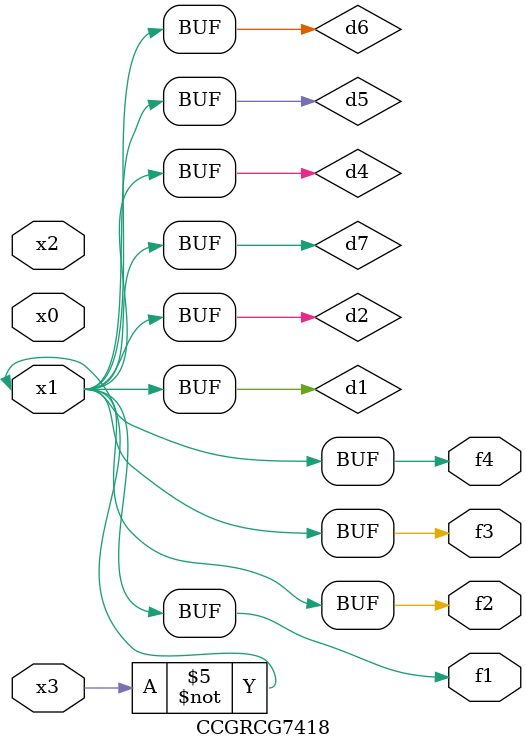
<source format=v>
module CCGRCG7418(
	input x0, x1, x2, x3,
	output f1, f2, f3, f4
);

	wire d1, d2, d3, d4, d5, d6, d7;

	not (d1, x3);
	buf (d2, x1);
	xnor (d3, d1, d2);
	nor (d4, d1);
	buf (d5, d1, d2);
	buf (d6, d4, d5);
	nand (d7, d4);
	assign f1 = d6;
	assign f2 = d7;
	assign f3 = d6;
	assign f4 = d6;
endmodule

</source>
